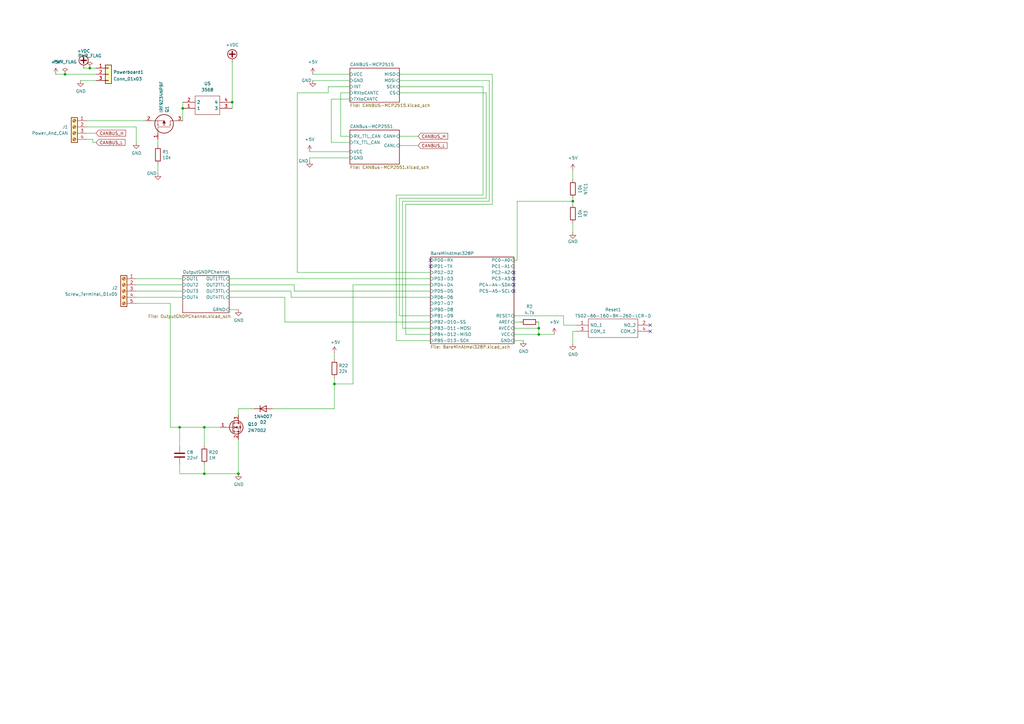
<source format=kicad_sch>
(kicad_sch (version 20231120) (generator "eeschema") (generator_version "8.0")
  (paper "A3")
  (lib_symbols
    (symbol "Connector:Screw_Terminal_01x04" (pin_names (offset 1.016) hide)
      (property "Reference" "J" (at 0 5.08 0))
      (property "Value" "Screw_Terminal_01x04" (at 0 -7.62 0))
      (symbol "Screw_Terminal_01x04_1_1"
        (rectangle (start -1.27 3.81) (end 1.27 -6.35) (stroke (width 0.254)) (fill (type background)))
        (circle (center 0 -5.08) (radius 0.635) (stroke (width 0.1524)))
        (circle (center 0 -2.54) (radius 0.635) (stroke (width 0.1524)))
        (polyline (pts (xy -0.5334 -4.7498) (xy 0.3302 -5.588)) (stroke (width 0.1524)))
        (polyline (pts (xy -0.5334 -2.2098) (xy 0.3302 -3.048)) (stroke (width 0.1524)))
        (polyline (pts (xy -0.5334 0.3302) (xy 0.3302 -0.508)) (stroke (width 0.1524)))
        (polyline (pts (xy -0.5334 2.8702) (xy 0.3302 2.032)) (stroke (width 0.1524)))
        (polyline (pts (xy -0.3556 -4.572) (xy 0.508 -5.4102)) (stroke (width 0.1524)))
        (polyline (pts (xy -0.3556 -2.032) (xy 0.508 -2.8702)) (stroke (width 0.1524)))
        (polyline (pts (xy -0.3556 0.508) (xy 0.508 -0.3302)) (stroke (width 0.1524)))
        (polyline (pts (xy -0.3556 3.048) (xy 0.508 2.2098)) (stroke (width 0.1524)))
        (circle (center 0 0) (radius 0.635) (stroke (width 0.1524)))
        (circle (center 0 2.54) (radius 0.635) (stroke (width 0.1524)))
        (pin passive line (at -5.08 2.54 0) (length 3.81) (name "Pin_1") (number "1"))
        (pin passive line (at -5.08 0 0) (length 3.81) (name "Pin_2") (number "2"))
        (pin passive line (at -5.08 -2.54 0) (length 3.81) (name "Pin_3") (number "3"))
        (pin passive line (at -5.08 -5.08 0) (length 3.81) (name "Pin_4") (number "4"))
      )
    )
    (symbol "Connector:Screw_Terminal_01x05" (pin_names (offset 1.016) hide)
      (property "Reference" "J" (at 0 7.62 0))
      (property "Value" "Screw_Terminal_01x05" (at 0 -7.62 0))
      (symbol "Screw_Terminal_01x05_1_1"
        (rectangle (start -1.27 6.35) (end 1.27 -6.35) (stroke (width 0.254)) (fill (type background)))
        (circle (center 0 -5.08) (radius 0.635) (stroke (width 0.1524)))
        (circle (center 0 -2.54) (radius 0.635) (stroke (width 0.1524)))
        (polyline (pts (xy -0.5334 -4.7498) (xy 0.3302 -5.588)) (stroke (width 0.1524)))
        (polyline (pts (xy -0.5334 -2.2098) (xy 0.3302 -3.048)) (stroke (width 0.1524)))
        (polyline (pts (xy -0.5334 0.3302) (xy 0.3302 -0.508)) (stroke (width 0.1524)))
        (polyline (pts (xy -0.5334 2.8702) (xy 0.3302 2.032)) (stroke (width 0.1524)))
        (polyline (pts (xy -0.5334 5.4102) (xy 0.3302 4.572)) (stroke (width 0.1524)))
        (polyline (pts (xy -0.3556 -4.572) (xy 0.508 -5.4102)) (stroke (width 0.1524)))
        (polyline (pts (xy -0.3556 -2.032) (xy 0.508 -2.8702)) (stroke (width 0.1524)))
        (polyline (pts (xy -0.3556 0.508) (xy 0.508 -0.3302)) (stroke (width 0.1524)))
        (polyline (pts (xy -0.3556 3.048) (xy 0.508 2.2098)) (stroke (width 0.1524)))
        (polyline (pts (xy -0.3556 5.588) (xy 0.508 4.7498)) (stroke (width 0.1524)))
        (circle (center 0 0) (radius 0.635) (stroke (width 0.1524)))
        (circle (center 0 2.54) (radius 0.635) (stroke (width 0.1524)))
        (circle (center 0 5.08) (radius 0.635) (stroke (width 0.1524)))
        (pin passive line (at -5.08 5.08 0) (length 3.81) (name "Pin_1") (number "1"))
        (pin passive line (at -5.08 2.54 0) (length 3.81) (name "Pin_2") (number "2"))
        (pin passive line (at -5.08 0 0) (length 3.81) (name "Pin_3") (number "3"))
        (pin passive line (at -5.08 -2.54 0) (length 3.81) (name "Pin_4") (number "4"))
        (pin passive line (at -5.08 -5.08 0) (length 3.81) (name "Pin_5") (number "5"))
      )
    )
    (symbol "Connector_Generic:Conn_01x03" (pin_names (offset 1.016) hide)
      (property "Reference" "J" (at 0 5.08 0))
      (property "Value" "Conn_01x03" (at 0 -5.08 0))
      (symbol "Conn_01x03_1_1"
        (rectangle (start -1.27 -2.413) (end 0 -2.667) (stroke (width 0.1524)))
        (rectangle (start -1.27 0.127) (end 0 -0.127) (stroke (width 0.1524)))
        (rectangle (start -1.27 2.667) (end 0 2.413) (stroke (width 0.1524)))
        (rectangle (start -1.27 3.81) (end 1.27 -3.81) (stroke (width 0.254)) (fill (type background)))
        (pin passive line (at -5.08 2.54 0) (length 3.81) (name "Pin_1") (number "1"))
        (pin passive line (at -5.08 0 0) (length 3.81) (name "Pin_2") (number "2"))
        (pin passive line (at -5.08 -2.54 0) (length 3.81) (name "Pin_3") (number "3"))
      )
    )
    (symbol "Device:C" (pin_numbers hide) (pin_names (offset 0.254))
      (property "Reference" "C" (at 0.635 2.54 0))
      (property "Value" "C" (at 0.635 -2.54 0))
      (symbol "C_0_1"
        (polyline (pts (xy -2.032 -0.762) (xy 2.032 -0.762)) (stroke (width 0.508)))
        (polyline (pts (xy -2.032 0.762) (xy 2.032 0.762)) (stroke (width 0.508)))
      )
      (symbol "C_1_1"
        (pin passive line (at 0 3.81 270) (length 2.794) (name "~") (number "1"))
        (pin passive line (at 0 -3.81 90) (length 2.794) (name "~") (number "2"))
      )
    )
    (symbol "Device:R" (pin_numbers hide) (pin_names (offset 0))
      (property "Reference" "R" (at 2.032 0 90))
      (property "Value" "R" (at 0 0 90))
      (symbol "R_0_1"
        (rectangle (start -1.016 -2.54) (end 1.016 2.54) (stroke (width 0.254)))
      )
      (symbol "R_1_1"
        (pin passive line (at 0 3.81 270) (length 1.27) (name "~") (number "1"))
        (pin passive line (at 0 -3.81 90) (length 1.27) (name "~") (number "2"))
      )
    )
    (symbol "Diode:1N4007" (pin_numbers hide) (pin_names (offset 1.016) hide)
      (property "Reference" "D" (at 0 2.54 0))
      (property "Value" "1N4007" (at 0 -2.54 0))
      (symbol "1N4007_0_1"
        (polyline (pts (xy -1.27 1.27) (xy -1.27 -1.27)) (stroke (width 0.254)))
        (polyline (pts (xy 1.27 0) (xy -1.27 0)))
        (polyline (pts (xy 1.27 1.27) (xy 1.27 -1.27) (xy -1.27 0) (xy 1.27 1.27)) (stroke (width 0.254)))
      )
      (symbol "1N4007_1_1"
        (pin passive line (at -3.81 0 0) (length 2.54) (name "K") (number "1"))
        (pin passive line (at 3.81 0 180) (length 2.54) (name "A") (number "2"))
      )
    )
    (symbol "SamacSys_Parts:3568" (pin_names (offset 0.762))
      (property "Reference" "U" (at 16.51 7.62 0))
      (property "Value" "3568" (at 16.51 5.08 0))
      (symbol "3568_0_0"
        (pin passive line (at 0 -2.54 0) (length 5.08) (name "1") (number "1"))
        (pin passive line (at 0 0 0) (length 5.08) (name "2") (number "2"))
        (pin passive line (at 20.32 -2.54 180) (length 5.08) (name "3") (number "3"))
        (pin passive line (at 20.32 0 180) (length 5.08) (name "4") (number "4"))
      )
      (symbol "3568_0_1"
        (polyline (pts (xy 5.08 2.54) (xy 15.24 2.54) (xy 15.24 -5.08) (xy 5.08 -5.08) (xy 5.08 2.54)) (stroke (width 0.1524)))
      )
    )
    (symbol "SamacSys_Parts:IRF9Z34NPBF" (pin_names (offset 0.762))
      (property "Reference" "Q" (at 11.43 3.81 0))
      (property "Value" "IRF9Z34NPBF" (at 11.43 1.27 0))
      (symbol "IRF9Z34NPBF_0_0"
        (pin passive line (at 0 0 0) (length 2.54) (name "~") (number "1"))
        (pin passive line (at 7.62 -5.08 90) (length 2.54) (name "~") (number "2"))
        (pin passive line (at 7.62 10.16 270) (length 2.54) (name "~") (number "3"))
      )
      (symbol "IRF9Z34NPBF_0_1"
        (polyline (pts (xy 5.842 -0.508) (xy 5.842 0.508)) (stroke (width 0.1524)))
        (polyline (pts (xy 5.842 0) (xy 7.62 0)) (stroke (width 0.1524)))
        (polyline (pts (xy 5.842 2.032) (xy 5.842 3.048)) (stroke (width 0.1524)))
        (polyline (pts (xy 5.842 5.588) (xy 5.842 4.572)) (stroke (width 0.1524)))
        (polyline (pts (xy 7.62 2.54) (xy 5.842 2.54)) (stroke (width 0.1524)))
        (polyline (pts (xy 7.62 2.54) (xy 7.62 -2.54)) (stroke (width 0.1524)))
        (polyline (pts (xy 7.62 5.08) (xy 5.842 5.08)) (stroke (width 0.1524)))
        (polyline (pts (xy 7.62 5.08) (xy 7.62 7.62)) (stroke (width 0.1524)))
        (polyline (pts (xy 2.54 0) (xy 5.08 0) (xy 5.08 5.08)) (stroke (width 0.1524)))
        (polyline (pts (xy 7.62 2.54) (xy 6.604 3.048) (xy 6.604 2.032) (xy 7.62 2.54)) (stroke (width 0.254)) (fill (type outline)))
        (circle (center 6.35 2.54) (radius 3.81) (stroke (width 0.254)))
      )
    )
    (symbol "SamacSys_Parts:TS02-66-160-BK-260-LCR-D" (pin_names (offset 0.762))
      (property "Reference" "S" (at 26.67 7.62 0))
      (property "Value" "TS02-66-160-BK-260-LCR-D" (at 26.67 5.08 0))
      (symbol "TS02-66-160-BK-260-LCR-D_0_0"
        (pin passive line (at 0 0 0) (length 5.08) (name "NO_1") (number "1"))
        (pin passive line (at 30.48 0 180) (length 5.08) (name "NO_2") (number "2"))
        (pin passive line (at 0 -2.54 0) (length 5.08) (name "COM_1") (number "3"))
        (pin passive line (at 30.48 -2.54 180) (length 5.08) (name "COM_2") (number "4"))
      )
      (symbol "TS02-66-160-BK-260-LCR-D_0_1"
        (polyline (pts (xy 5.08 2.54) (xy 25.4 2.54) (xy 25.4 -5.08) (xy 5.08 -5.08) (xy 5.08 2.54)) (stroke (width 0.1524)))
      )
    )
    (symbol "Transistor_FET:2N7002" (pin_names hide)
      (property "Reference" "Q" (at 5.08 1.905 0))
      (property "Value" "2N7002" (at 5.08 0 0))
      (symbol "2N7002_0_1"
        (polyline (pts (xy 0.254 0) (xy -2.54 0)))
        (polyline (pts (xy 0.254 1.905) (xy 0.254 -1.905)) (stroke (width 0.254)))
        (polyline (pts (xy 0.762 -1.27) (xy 0.762 -2.286)) (stroke (width 0.254)))
        (polyline (pts (xy 0.762 0.508) (xy 0.762 -0.508)) (stroke (width 0.254)))
        (polyline (pts (xy 0.762 2.286) (xy 0.762 1.27)) (stroke (width 0.254)))
        (polyline (pts (xy 2.54 2.54) (xy 2.54 1.778)))
        (polyline (pts (xy 2.54 -2.54) (xy 2.54 0) (xy 0.762 0)))
        (polyline (pts (xy 0.762 -1.778) (xy 3.302 -1.778) (xy 3.302 1.778) (xy 0.762 1.778)))
        (polyline (pts (xy 1.016 0) (xy 2.032 0.381) (xy 2.032 -0.381) (xy 1.016 0)) (fill (type outline)))
        (polyline (pts (xy 2.794 0.508) (xy 2.921 0.381) (xy 3.683 0.381) (xy 3.81 0.254)))
        (polyline (pts (xy 3.302 0.381) (xy 2.921 -0.254) (xy 3.683 -0.254) (xy 3.302 0.381)))
        (circle (center 1.651 0) (radius 2.794) (stroke (width 0.254)))
        (circle (center 2.54 -1.778) (radius 0.254) (fill (type outline)))
        (circle (center 2.54 1.778) (radius 0.254) (fill (type outline)))
      )
      (symbol "2N7002_1_1"
        (pin input line (at -5.08 0 0) (length 2.54) (name "G") (number "1"))
        (pin passive line (at 2.54 -5.08 90) (length 2.54) (name "S") (number "2"))
        (pin passive line (at 2.54 5.08 270) (length 2.54) (name "D") (number "3"))
      )
    )
    (symbol "power:+5V" (power) (pin_numbers hide) (pin_names (offset 0) hide)
      (property "Value" "+5V" (at 0 3.556 0))
      (symbol "+5V_0_1"
        (polyline (pts (xy -0.762 1.27) (xy 0 2.54)))
        (polyline (pts (xy 0 0) (xy 0 2.54)))
        (polyline (pts (xy 0 2.54) (xy 0.762 1.27)))
      )
      (symbol "+5V_1_1"
        (pin power_in line (at 0 0 90) (length 0) (name "~") (number "1"))
      )
    )
    (symbol "power:+VDC" (power) (pin_numbers hide) (pin_names (offset 0) hide)
      (property "Value" "+VDC" (at 0 6.35 0))
      (symbol "+VDC_0_1"
        (polyline (pts (xy -1.143 3.175) (xy 1.143 3.175)) (stroke (width 0.508)))
        (polyline (pts (xy 0 0) (xy 0 1.27)))
        (polyline (pts (xy 0 2.032) (xy 0 4.318)) (stroke (width 0.508)))
        (circle (center 0 3.175) (radius 1.905) (stroke (width 0.254)))
      )
      (symbol "+VDC_1_1"
        (pin power_in line (at 0 0 90) (length 0) (name "~") (number "1"))
      )
    )
    (symbol "power:GND" (power) (pin_numbers hide) (pin_names (offset 0) hide)
      (property "Value" "GND" (at 0 -3.81 0))
      (symbol "GND_0_1"
        (polyline (pts (xy 0 0) (xy 0 -1.27) (xy 1.27 -1.27) (xy 0 -2.54) (xy -1.27 -1.27) (xy 0 -1.27)))
      )
      (symbol "GND_1_1"
        (pin power_in line (at 0 0 270) (length 0) (name "~") (number "1"))
      )
    )
    (symbol "power:PWR_FLAG" (power) (pin_numbers hide) (pin_names (offset 0) hide)
      (property "Value" "PWR_FLAG" (at 0 3.81 0))
      (symbol "PWR_FLAG_0_0"
        (pin power_out line (at 0 0 90) (length 0) (name "~") (number "1"))
      )
      (symbol "PWR_FLAG_0_1"
        (polyline (pts (xy 0 0) (xy 0 1.27) (xy -1.016 1.905) (xy 0 2.54) (xy 1.016 1.905) (xy 0 1.27)))
      )
    )
  )
  (junction (at 97.79 194.31))
  (junction (at 234.95 82.55))
  (junction (at 95.25 41.91))
  (junction (at 83.82 175.26))
  (junction (at 74.93 44.45))
  (junction (at 36.83 27.94))
  (junction (at 83.82 194.31))
  (junction (at 137.16 157.48))
  (junction (at 220.98 134.62))
  (junction (at 26.67 30.48))
  (junction (at 220.98 137.16))
  (junction (at 73.66 175.26))
  (no_connect (at 176.53 106.68))
  (no_connect (at 176.53 109.22))
  (no_connect (at 210.82 114.3))
  (no_connect (at 210.82 119.38))
  (no_connect (at 210.82 111.76))
  (no_connect (at 266.7 135.89))
  (no_connect (at 266.7 133.35))
  (no_connect (at 210.82 116.84))
  (wire (pts (xy 34.29 27.94) (xy 36.83 27.94)))
  (wire (pts (xy 35.56 52.07) (xy 55.88 52.07)))
  (wire (pts (xy 128.27 33.02) (xy 143.51 33.02)))
  (wire (pts (xy 55.88 124.46) (xy 69.85 124.46)))
  (wire (pts (xy 95.25 41.91) (xy 95.25 44.45)))
  (wire (pts (xy 231.14 129.54) (xy 231.14 133.35)))
  (wire (pts (xy 176.53 111.76) (xy 121.92 111.76)))
  (wire (pts (xy 26.67 30.48) (xy 39.37 30.48)))
  (wire (pts (xy 176.53 129.54) (xy 163.83 129.54)))
  (wire (pts (xy 212.09 106.68) (xy 212.09 82.55)))
  (wire (pts (xy 200.66 33.02) (xy 200.66 82.55)))
  (wire (pts (xy 120.65 119.38) (xy 120.65 116.84)))
  (wire (pts (xy 38.1 58.42) (xy 38.1 57.15)))
  (wire (pts (xy 234.95 82.55) (xy 234.95 83.82)))
  (wire (pts (xy 234.95 135.89) (xy 234.95 140.97)))
  (wire (pts (xy 176.53 116.84) (xy 144.78 116.84)))
  (wire (pts (xy 93.98 119.38) (xy 119.38 119.38)))
  (wire (pts (xy 143.51 64.77) (xy 127 64.77)))
  (wire (pts (xy 55.88 58.42) (xy 55.88 52.07)))
  (wire (pts (xy 234.95 81.28) (xy 234.95 82.55)))
  (wire (pts (xy 93.98 127) (xy 97.79 127)))
  (wire (pts (xy 210.82 139.7) (xy 214.63 139.7)))
  (wire (pts (xy 139.7 38.1) (xy 143.51 38.1)))
  (wire (pts (xy 83.82 175.26) (xy 90.17 175.26)))
  (wire (pts (xy 163.83 81.28) (xy 199.39 81.28)))
  (wire (pts (xy 127 62.23) (xy 143.51 62.23)))
  (wire (pts (xy 198.12 35.56) (xy 163.83 35.56)))
  (wire (pts (xy 163.83 129.54) (xy 163.83 81.28)))
  (wire (pts (xy 210.82 132.08) (xy 213.36 132.08)))
  (wire (pts (xy 128.27 30.48) (xy 143.51 30.48)))
  (wire (pts (xy 220.98 137.16) (xy 227.33 137.16)))
  (wire (pts (xy 73.66 190.5) (xy 73.66 194.31)))
  (wire (pts (xy 198.12 80.01) (xy 198.12 35.56)))
  (wire (pts (xy 69.85 175.26) (xy 73.66 175.26)))
  (wire (pts (xy 144.78 157.48) (xy 137.16 157.48)))
  (wire (pts (xy 121.92 38.1) (xy 134.62 38.1)))
  (wire (pts (xy 55.88 119.38) (xy 74.93 119.38)))
  (wire (pts (xy 127 64.77) (xy 127 66.04)))
  (wire (pts (xy 163.83 33.02) (xy 200.66 33.02)))
  (wire (pts (xy 104.14 167.64) (xy 97.79 167.64)))
  (wire (pts (xy 83.82 182.88) (xy 83.82 175.26)))
  (wire (pts (xy 234.95 91.44) (xy 234.95 95.25)))
  (wire (pts (xy 55.88 116.84) (xy 74.93 116.84)))
  (wire (pts (xy 165.1 82.55) (xy 165.1 134.62)))
  (wire (pts (xy 38.1 57.15) (xy 35.56 57.15)))
  (wire (pts (xy 162.56 80.01) (xy 198.12 80.01)))
  (wire (pts (xy 74.93 44.45) (xy 74.93 49.53)))
  (wire (pts (xy 143.51 55.88) (xy 139.7 55.88)))
  (wire (pts (xy 210.82 106.68) (xy 212.09 106.68)))
  (wire (pts (xy 176.53 139.7) (xy 162.56 139.7)))
  (wire (pts (xy 210.82 129.54) (xy 231.14 129.54)))
  (wire (pts (xy 135.89 40.64) (xy 135.89 58.42)))
  (wire (pts (xy 220.98 134.62) (xy 220.98 137.16)))
  (wire (pts (xy 121.92 111.76) (xy 121.92 38.1)))
  (wire (pts (xy 22.86 30.48) (xy 26.67 30.48)))
  (wire (pts (xy 83.82 190.5) (xy 83.82 194.31)))
  (wire (pts (xy 176.53 137.16) (xy 166.37 137.16)))
  (wire (pts (xy 73.66 182.88) (xy 73.66 175.26)))
  (wire (pts (xy 165.1 134.62) (xy 176.53 134.62)))
  (wire (pts (xy 234.95 69.85) (xy 234.95 73.66)))
  (wire (pts (xy 97.79 180.34) (xy 97.79 194.31)))
  (wire (pts (xy 35.56 49.53) (xy 59.69 49.53)))
  (wire (pts (xy 36.83 27.94) (xy 39.37 27.94)))
  (wire (pts (xy 163.83 59.69) (xy 171.45 59.69)))
  (wire (pts (xy 111.76 167.64) (xy 137.16 167.64)))
  (wire (pts (xy 33.02 33.02) (xy 39.37 33.02)))
  (wire (pts (xy 116.84 121.92) (xy 116.84 132.08)))
  (wire (pts (xy 162.56 139.7) (xy 162.56 80.01)))
  (wire (pts (xy 119.38 119.38) (xy 119.38 121.92)))
  (wire (pts (xy 137.16 157.48) (xy 137.16 167.64)))
  (wire (pts (xy 93.98 114.3) (xy 176.53 114.3)))
  (wire (pts (xy 74.93 41.91) (xy 74.93 44.45)))
  (wire (pts (xy 134.62 35.56) (xy 143.51 35.56)))
  (wire (pts (xy 139.7 55.88) (xy 139.7 38.1)))
  (wire (pts (xy 73.66 175.26) (xy 83.82 175.26)))
  (wire (pts (xy 73.66 194.31) (xy 83.82 194.31)))
  (wire (pts (xy 97.79 170.18) (xy 97.79 167.64)))
  (wire (pts (xy 166.37 137.16) (xy 166.37 83.82)))
  (wire (pts (xy 55.88 114.3) (xy 74.93 114.3)))
  (wire (pts (xy 39.37 58.42) (xy 38.1 58.42)))
  (wire (pts (xy 166.37 83.82) (xy 201.93 83.82)))
  (wire (pts (xy 64.77 67.31) (xy 64.77 71.12)))
  (wire (pts (xy 236.22 135.89) (xy 234.95 135.89)))
  (wire (pts (xy 93.98 121.92) (xy 116.84 121.92)))
  (wire (pts (xy 199.39 81.28) (xy 199.39 38.1)))
  (wire (pts (xy 135.89 58.42) (xy 143.51 58.42)))
  (wire (pts (xy 137.16 154.94) (xy 137.16 157.48)))
  (wire (pts (xy 134.62 38.1) (xy 134.62 35.56)))
  (wire (pts (xy 120.65 116.84) (xy 93.98 116.84)))
  (wire (pts (xy 137.16 144.78) (xy 137.16 147.32)))
  (wire (pts (xy 200.66 82.55) (xy 165.1 82.55)))
  (wire (pts (xy 83.82 194.31) (xy 97.79 194.31)))
  (wire (pts (xy 163.83 30.48) (xy 201.93 30.48)))
  (wire (pts (xy 143.51 40.64) (xy 135.89 40.64)))
  (wire (pts (xy 163.83 55.88) (xy 171.45 55.88)))
  (wire (pts (xy 201.93 83.82) (xy 201.93 30.48)))
  (wire (pts (xy 35.56 54.61) (xy 39.37 54.61)))
  (wire (pts (xy 231.14 133.35) (xy 236.22 133.35)))
  (wire (pts (xy 95.25 25.4) (xy 95.25 41.91)))
  (wire (pts (xy 212.09 82.55) (xy 234.95 82.55)))
  (wire (pts (xy 116.84 132.08) (xy 176.53 132.08)))
  (wire (pts (xy 119.38 121.92) (xy 176.53 121.92)))
  (wire (pts (xy 64.77 59.69) (xy 64.77 57.15)))
  (wire (pts (xy 176.53 119.38) (xy 120.65 119.38)))
  (wire (pts (xy 210.82 134.62) (xy 220.98 134.62)))
  (wire (pts (xy 144.78 116.84) (xy 144.78 157.48)))
  (wire (pts (xy 220.98 132.08) (xy 220.98 134.62)))
  (wire (pts (xy 69.85 124.46) (xy 69.85 175.26)))
  (wire (pts (xy 55.88 121.92) (xy 74.93 121.92)))
  (wire (pts (xy 210.82 137.16) (xy 220.98 137.16)))
  (wire (pts (xy 199.39 38.1) (xy 163.83 38.1)))
  (global_label "CANBUS_H" (shape input) (at 39.37 54.61 0) (property "Intersheetrefs" "${INTERSHEET_REFS}" (effects (hide yes))))
  (global_label "CANBUS_H" (shape input) (at 171.45 55.88 0) (property "Intersheetrefs" "${INTERSHEET_REFS}" (effects (hide yes))))
  (global_label "CANBUS_L" (shape input) (at 171.45 59.69 0) (property "Intersheetrefs" "${INTERSHEET_REFS}" (effects (hide yes))))
  (global_label "CANBUS_L" (shape input) (at 39.37 58.42 0) (property "Intersheetrefs" "${INTERSHEET_REFS}" (effects (hide yes))))
  (symbol (lib_id "power:GND") (at 97.79 127 0) (unit 1)
    (property "Reference" "#PWR04" (effects (hide yes)))
    (property "Value" "GND" (at 97.917 131.3942 0))
  )
  (symbol (lib_id "Device:C") (at 73.66 186.69 0) (unit 1)
    (property "Reference" "C8" (at 76.581 185.5216 0) (effects (justify left)))
    (property "Value" "22nF" (at 76.581 187.833 0) (effects (justify left)))
    (property "Footprint" "Resistor_SMD:R_1206_3216Metric_Pad1.30x1.75mm_HandSolder" (effects (hide yes)))
  )
  (symbol (lib_id "power:+5V") (at 22.86 30.48 0) (unit 1)
    (property "Reference" "#PWR01" (effects (hide yes)))
    (property "Value" "+5V" (at 22.86 25.4 0))
    (property "Description" "Power symbol creates a global label with name \"+5V\"" (effects (hide yes)))
  )
  (symbol (lib_id "SamacSys_Parts:IRF9Z34NPBF") (at 64.77 57.15 270) (mirror x) (unit 1)
    (property "Reference" "Q1" (at 68.4784 46.228 0) (effects (justify left)))
    (property "Value" "IRF9Z34NPBF" (at 66.167 46.228 0) (effects (justify left)))
    (property "Footprint" "TO254P469X1042X1967-3P" (effects (hide yes)))
    (property "Datasheet" "https://www.infineon.com/dgdl/irf9z34npbf.pdf?fileId=5546d462533600a40153561220af1ddd" (effects (hide yes)))
    (property "Description" "MOSFET MOSFT PCh -55V -17A 100mOhm 23.3nC" (effects (hide yes)))
    (property "Height" "4.69" (effects (hide yes)))
    (property "Mouser Part Number" "942-IRF9Z34NPBF" (effects (hide yes)))
    (property "Mouser Price/Stock" "https://www.mouser.co.uk/ProductDetail/Infineon-Technologies/IRF9Z34NPBF?qs=9%252BKlkBgLFf16a%2FvlD%252BMCtQ%3D%3D" (effects (hide yes)))
    (property "Manufacturer_Name" "Infineon" (effects (hide yes)))
    (property "Manufacturer_Part_Number" "IRF9Z34NPBF" (effects (hide yes)))
  )
  (symbol (lib_id "power:PWR_FLAG") (at 36.83 27.94 0) (unit 1)
    (property "Reference" "#FLG02" (effects (hide yes)))
    (property "Value" "PWR_FLAG" (at 36.83 22.86 0))
    (property "Description" "Special symbol for telling ERC where power comes from" (effects (hide yes)))
  )
  (symbol (lib_id "Transistor_FET:2N7002") (at 95.25 175.26 0) (unit 1)
    (property "Reference" "Q10" (at 101.6 173.9899 0) (effects (justify left)))
    (property "Value" "2N7002" (at 101.6 176.5299 0) (effects (justify left)))
    (property "Footprint" "Package_TO_SOT_SMD:SOT-23" (effects (hide yes)))
    (property "Datasheet" "https://www.onsemi.com/pub/Collateral/NDS7002A-D.PDF" (effects (hide yes)))
    (property "Description" "0.115A Id, 60V Vds, N-Channel MOSFET, SOT-23" (effects (hide yes)))
  )
  (symbol (lib_id "Connector:Screw_Terminal_01x05") (at 50.8 119.38 0) (mirror y) (unit 1)
    (property "Reference" "J2" (at 48.26 118.1099 0) (effects (justify left)))
    (property "Value" "Screw_Terminal_01x05" (at 48.26 120.6499 0) (effects (justify left)))
    (property "Footprint" "TerminalBlock_Phoenix:TerminalBlock_Phoenix_MKDS-3-5-5.08_1x05_P5.08mm_Horizontal" (effects (hide yes)))
    (property "Description" "Generic screw terminal, single row, 01x05, script generated (kicad-library-utils/schlib/autogen/connector/)" (effects (hide yes)))
  )
  (symbol (lib_id "power:+VDC") (at 34.29 27.94 0) (unit 1)
    (property "Reference" "#PWR02" (effects (hide yes)))
    (property "Value" "+VDC" (at 34.29 20.955 0))
    (property "Description" "Power symbol creates a global label with name \"+VDC\"" (effects (hide yes)))
  )
  (symbol (lib_id "SamacSys_Parts:TS02-66-160-BK-260-LCR-D") (at 236.22 133.35 0) (unit 1)
    (property "Reference" "Reset1" (at 251.46 127 0))
    (property "Value" "TS02-66-160-BK-260-LCR-D" (at 251.46 129.54 0))
    (property "Footprint" "TS0266160BK260LCRD" (effects (hide yes)))
    (property "Datasheet" "https://www.cuidevices.com/product/resource/ts02.pdf" (effects (hide yes)))
    (property "Description" "Tactile Switches 6 x 6 mm, 16 mm Act Height, 260 gf, Black, Long Crimped, Through Hole, SPST," (effects (hide yes)))
    (property "Height" "16.2" (effects (hide yes)))
    (property "Mouser Part Number" "179-TS0266160BK260LC" (effects (hide yes)))
    (property "Mouser Price/Stock" "https://www.mouser.co.uk/ProductDetail/CUI-Devices/TS02-66-160-BK-260-LCR-D?qs=A6eO%252BMLsxmR2iSh4nOToMQ%3D%3D" (effects (hide yes)))
    (property "Manufacturer_Name" "CUI Devices" (effects (hide yes)))
    (property "Manufacturer_Part_Number" "TS02-66-160-BK-260-LCR-D" (effects (hide yes)))
  )
  (symbol (lib_id "power:GND") (at 234.95 140.97 0) (unit 1)
    (property "Reference" "#PWR021" (effects (hide yes)))
    (property "Value" "GND" (at 235.077 145.3642 0))
    (property "Description" "Power symbol creates a global label with name \"GND\" , ground" (effects (hide yes)))
  )
  (symbol (lib_id "power:+5V") (at 127 62.23 0) (unit 1)
    (property "Reference" "#PWR013" (effects (hide yes)))
    (property "Value" "+5V" (at 127 57.15 0))
    (property "Description" "Power symbol creates a global label with name \"+5V\"" (effects (hide yes)))
  )
  (symbol (lib_id "power:GND") (at 33.02 33.02 0) (unit 1)
    (property "Reference" "#PWR03" (effects (hide yes)))
    (property "Value" "GND" (at 33.147 37.4142 0))
    (property "Description" "Power symbol creates a global label with name \"GND\" , ground" (effects (hide yes)))
  )
  (symbol (lib_id "power:GND") (at 97.79 194.31 0) (unit 1)
    (property "Reference" "#PWR07" (effects (hide yes)))
    (property "Value" "GND" (at 97.917 198.7042 0))
  )
  (symbol (lib_id "power:PWR_FLAG") (at 26.67 30.48 0) (unit 1)
    (property "Reference" "#FLG01" (effects (hide yes)))
    (property "Value" "PWR_FLAG" (at 26.67 25.4 0))
    (property "Description" "Special symbol for telling ERC where power comes from" (effects (hide yes)))
  )
  (symbol (lib_id "Device:R") (at 64.77 63.5 0) (unit 1)
    (property "Reference" "R1" (at 66.548 62.3316 0) (effects (justify left)))
    (property "Value" "10k" (at 66.548 64.643 0) (effects (justify left)))
    (property "Footprint" "Resistor_SMD:R_1206_3216Metric_Pad1.30x1.75mm_HandSolder" (effects (hide yes)))
    (property "Description" "Resistor" (effects (hide yes)))
  )
  (symbol (lib_id "power:GND") (at 55.88 58.42 0) (unit 1)
    (property "Reference" "#PWR06" (effects (hide yes)))
    (property "Value" "GND" (at 56.007 62.8142 0))
    (property "Description" "Power symbol creates a global label with name \"GND\" , ground" (effects (hide yes)))
  )
  (symbol (lib_id "Connector_Generic:Conn_01x03") (at 44.45 30.48 0) (unit 1)
    (property "Reference" "Powerboard1" (at 46.482 29.5715 0) (effects (justify left)))
    (property "Value" "Conn_01x03" (at 46.482 32.3466 0) (effects (justify left)))
    (property "Footprint" "Connector_PinHeader_2.54mm:PinHeader_1x03_P2.54mm_Vertical" (effects (hide yes)))
    (property "Description" "Generic connector, single row, 01x03, script generated (kicad-library-utils/schlib/autogen/connector/)" (effects (hide yes)))
  )
  (symbol (lib_id "Connector:Screw_Terminal_01x04") (at 30.48 52.07 0) (mirror y) (unit 1)
    (property "Reference" "J1" (at 27.94 52.0699 0) (effects (justify left)))
    (property "Value" "Power_And_CAN" (at 27.94 54.6099 0) (effects (justify left)))
    (property "Footprint" "TerminalBlock_Phoenix:TerminalBlock_Phoenix_MPT-0,5-4-2.54_1x04_P2.54mm_Horizontal" (effects (hide yes)))
    (property "Description" "Generic screw terminal, single row, 01x04, script generated (kicad-library-utils/schlib/autogen/connector/)" (effects (hide yes)))
  )
  (symbol (lib_id "power:GND") (at 128.27 33.02 0) (unit 1)
    (property "Reference" "#PWR016" (effects (hide yes)))
    (property "Value" "GND" (at 125.73 33.02 0))
    (property "Description" "Power symbol creates a global label with name \"GND\" , ground" (effects (hide yes)))
  )
  (symbol (lib_id "Diode:1N4007") (at 107.95 167.64 0) (mirror x) (unit 1)
    (property "Reference" "D2" (at 107.95 173.1518 0))
    (property "Value" "1N4007" (at 107.95 170.8404 0))
    (property "Footprint" "Diode_THT:D_DO-41_SOD81_P10.16mm_Horizontal" (effects (hide yes)))
    (property "Datasheet" "http://www.vishay.com/docs/88503/1n4001.pdf" (effects (hide yes)))
  )
  (symbol (lib_id "Device:R") (at 217.17 132.08 90) (unit 1)
    (property "Reference" "R2" (at 217.17 125.73 90))
    (property "Value" "4.7k" (at 217.17 128.27 90))
    (property "Footprint" "Resistor_SMD:R_1206_3216Metric_Pad1.30x1.75mm_HandSolder" (effects (hide yes)))
    (property "Description" "Resistor" (effects (hide yes)))
  )
  (symbol (lib_id "power:+5V") (at 137.16 144.78 0) (unit 1)
    (property "Reference" "#PWR010" (effects (hide yes)))
    (property "Value" "+5V" (at 137.541 140.3858 0))
  )
  (symbol (lib_id "power:GND") (at 234.95 95.25 0) (unit 1)
    (property "Reference" "#PWR020" (effects (hide yes)))
    (property "Value" "GND" (at 234.95 99.06 0))
    (property "Description" "Power symbol creates a global label with name \"GND\" , ground" (effects (hide yes)))
  )
  (symbol (lib_id "power:GND") (at 64.77 71.12 0) (unit 1)
    (property "Reference" "#PWR08" (effects (hide yes)))
    (property "Value" "GND" (at 62.23 71.12 0))
    (property "Description" "Power symbol creates a global label with name \"GND\" , ground" (effects (hide yes)))
  )
  (symbol (lib_id "Device:R") (at 234.95 87.63 180) (unit 1)
    (property "Reference" "R3" (at 240.2078 87.63 90))
    (property "Value" "10k" (at 237.8964 87.63 90))
    (property "Footprint" "Resistor_SMD:R_1206_3216Metric_Pad1.30x1.75mm_HandSolder" (effects (hide yes)))
    (property "Description" "Resistor" (effects (hide yes)))
  )
  (symbol (lib_id "power:+5V") (at 227.33 137.16 0) (unit 1)
    (property "Reference" "#PWR018" (effects (hide yes)))
    (property "Value" "+5V" (at 227.33 132.08 0))
    (property "Description" "Power symbol creates a global label with name \"+5V\"" (effects (hide yes)))
  )
  (symbol (lib_id "power:GND") (at 214.63 139.7 0) (unit 1)
    (property "Reference" "#PWR017" (effects (hide yes)))
    (property "Value" "GND" (at 214.757 144.0942 0))
    (property "Description" "Power symbol creates a global label with name \"GND\" , ground" (effects (hide yes)))
  )
  (symbol (lib_id "Device:R") (at 83.82 186.69 0) (unit 1)
    (property "Reference" "R20" (at 85.598 185.5216 0) (effects (justify left)))
    (property "Value" "1M" (at 85.598 187.833 0) (effects (justify left)))
    (property "Footprint" "Resistor_SMD:R_1206_3216Metric_Pad1.30x1.75mm_HandSolder" (effects (hide yes)))
  )
  (symbol (lib_id "power:+VDC") (at 95.25 25.4 0) (unit 1)
    (property "Reference" "#PWR012" (effects (hide yes)))
    (property "Value" "+VDC" (at 95.25 18.415 0))
    (property "Description" "Power symbol creates a global label with name \"+VDC\"" (effects (hide yes)))
  )
  (symbol (lib_id "Device:R") (at 234.95 77.47 180) (unit 1)
    (property "Reference" "NTC1" (at 240.2078 77.47 90))
    (property "Value" "10k" (at 237.8964 77.47 90))
    (property "Footprint" "Resistor_THT:R_Axial_DIN0207_L6.3mm_D2.5mm_P2.54mm_Vertical" (effects (hide yes)))
    (property "Description" "Resistor" (effects (hide yes)))
  )
  (symbol (lib_id "Device:R") (at 137.16 151.13 0) (unit 1)
    (property "Reference" "R22" (at 138.938 149.9616 0) (effects (justify left)))
    (property "Value" "22k" (at 138.938 152.273 0) (effects (justify left)))
    (property "Footprint" "Resistor_SMD:R_1206_3216Metric_Pad1.30x1.75mm_HandSolder" (effects (hide yes)))
  )
  (symbol (lib_id "power:GND") (at 127 66.04 0) (unit 1)
    (property "Reference" "#PWR014" (effects (hide yes)))
    (property "Value" "GND" (at 124.46 66.04 0))
    (property "Description" "Power symbol creates a global label with name \"GND\" , ground" (effects (hide yes)))
  )
  (symbol (lib_id "power:+5V") (at 128.27 30.48 0) (unit 1)
    (property "Reference" "#PWR015" (effects (hide yes)))
    (property "Value" "+5V" (at 128.27 25.4 0))
    (property "Description" "Power symbol creates a global label with name \"+5V\"" (effects (hide yes)))
  )
  (symbol (lib_id "power:+5V") (at 234.95 69.85 0) (unit 1)
    (property "Reference" "#PWR019" (effects (hide yes)))
    (property "Value" "+5V" (at 234.95 64.77 0))
    (property "Description" "Power symbol creates a global label with name \"+5V\"" (effects (hide yes)))
  )
  (symbol (lib_id "SamacSys_Parts:3568") (at 74.93 41.91 0) (unit 1)
    (property "Reference" "U5" (at 85.09 34.29 0))
    (property "Value" "3568" (at 85.09 36.83 0))
    (property "Footprint" "3568" (effects (hide yes)))
    (property "Description" "Fuse Holder 30A 500V 1 Circuit Blade Through Hole" (effects (hide yes)))
    (property "Height" "7.5" (effects (hide yes)))
    (property "Mouser Part Number" "534-3568" (effects (hide yes)))
    (property "Mouser Price/Stock" "https://www.mouser.co.uk/ProductDetail/Keystone-Electronics/3568?qs=fP5bVVCrK%2Fd7nbA%2FPpwnKw%3D%3D" (effects (hide yes)))
    (property "Manufacturer_Name" "Keystone Electronics" (effects (hide yes)))
    (property "Manufacturer_Part_Number" "3568" (effects (hide yes)))
  )
  (sheet (at 74.93 113.03) (size 19.05 15.24) (stroke (width 0.1524))
    (property "Sheetname" "OutputGNDPChannel" (at 74.93 112.3184 0) (effects (justify left bottom)))
    (property "Sheetfile" "OutputGNDPChannel.kicad_sch" (at 60.706 129.032 0) (effects (justify left top)))
    (pin "GRND" input (at 93.98 127 0))
    (pin "OUT1TTL" input (at 93.98 114.3 0))
    (pin "OUT1" input (at 74.93 114.3 180))
    (pin "OUT3" input (at 74.93 119.38 180))
    (pin "OUT4" input (at 74.93 121.92 180))
    (pin "OUT3TTL" input (at 93.98 119.38 0))
    (pin "OUT4TTL" input (at 93.98 121.92 0))
    (pin "OUT2" input (at 74.93 116.84 180))
    (pin "OUT2TTL" input (at 93.98 116.84 0))
  )
  (sheet (at 143.51 53.34) (size 20.32 13.97) (stroke (width 0.1524))
    (property "Sheetname" "CANBus-MCP2551" (at 143.51 52.6284 0) (effects (justify left bottom)))
    (property "Sheetfile" "CANBus-MCP2551.kicad_sch" (at 143.51 67.8946 0) (effects (justify left top)))
    (pin "GND" input (at 143.51 64.77 180))
    (pin "VCC" input (at 143.51 62.23 180))
    (pin "CANH" input (at 163.83 55.88 0))
    (pin "TX_TTL_CAN" input (at 143.51 58.42 180))
    (pin "CANL" input (at 163.83 59.69 0))
    (pin "RX_TTL_CAN" input (at 143.51 55.88 180))
  )
  (sheet (at 143.51 27.94) (size 20.32 13.97) (stroke (width 0.1524))
    (property "Sheetname" "CANBUS-MCP2515" (at 143.51 27.2284 0) (effects (justify left bottom)))
    (property "Sheetfile" "CANBUS-MCP2515.kicad_sch" (at 143.51 42.4946 0) (effects (justify left top)))
    (pin "VCC" input (at 143.51 30.48 180))
    (pin "GND" input (at 143.51 33.02 180))
    (pin "RXtoCANTC" input (at 143.51 38.1 180))
    (pin "TXtoCANTC" input (at 143.51 40.64 180))
    (pin "MISO" input (at 163.83 30.48 0))
    (pin "INT" input (at 143.51 35.56 180))
    (pin "SCK" input (at 163.83 35.56 0))
    (pin "MOSI" input (at 163.83 33.02 0))
    (pin "CS" input (at 163.83 38.1 0))
  )
  (sheet (at 176.53 105.41) (size 34.29 35.56) (stroke (width 0.1524))
    (property "Sheetname" "BareMinAtmel328P" (at 176.53 104.6984 0) (effects (justify left bottom)))
    (property "Sheetfile" "BareMinAtmel328P.kicad_sch" (at 176.53 141.5546 0) (effects (justify left top)))
    (pin "PB3-D11-MOSI" input (at 176.53 134.62 180))
    (pin "PB4-D12-MISO" input (at 176.53 137.16 180))
    (pin "PB2-D10-SS" input (at 176.53 132.08 180))
    (pin "PB5-D13-SCK" input (at 176.53 139.7 180))
    (pin "PB1-D9" input (at 176.53 129.54 180))
    (pin "PB0-D8" input (at 176.53 127 180))
    (pin "PC4-A4-SDA" input (at 210.82 116.84 0))
    (pin "PC2-A2" input (at 210.82 111.76 0))
    (pin "PC3-A3" input (at 210.82 114.3 0))
    (pin "PC5-A5-SCL" input (at 210.82 119.38 0))
    (pin "PC1-A1" input (at 210.82 109.22 0))
    (pin "PC0-A0" input (at 210.82 106.68 0))
    (pin "AVCC" input (at 210.82 134.62 0))
    (pin "VCC" input (at 210.82 137.16 0))
    (pin "PD1-TX" input (at 176.53 109.22 180))
    (pin "PD2-D2" input (at 176.53 111.76 180))
    (pin "PD3-D3" input (at 176.53 114.3 180))
    (pin "PD4-D4" input (at 176.53 116.84 180))
    (pin "PD0-RX" input (at 176.53 106.68 180))
    (pin "GND" input (at 210.82 139.7 0))
    (pin "PD7-D7" input (at 176.53 124.46 180))
    (pin "PD6-D6" input (at 176.53 121.92 180))
    (pin "PD5-D5" input (at 176.53 119.38 180))
    (pin "AREF" input (at 210.82 132.08 0))
    (pin "RESET" input (at 210.82 129.54 0))
  )
)
</source>
